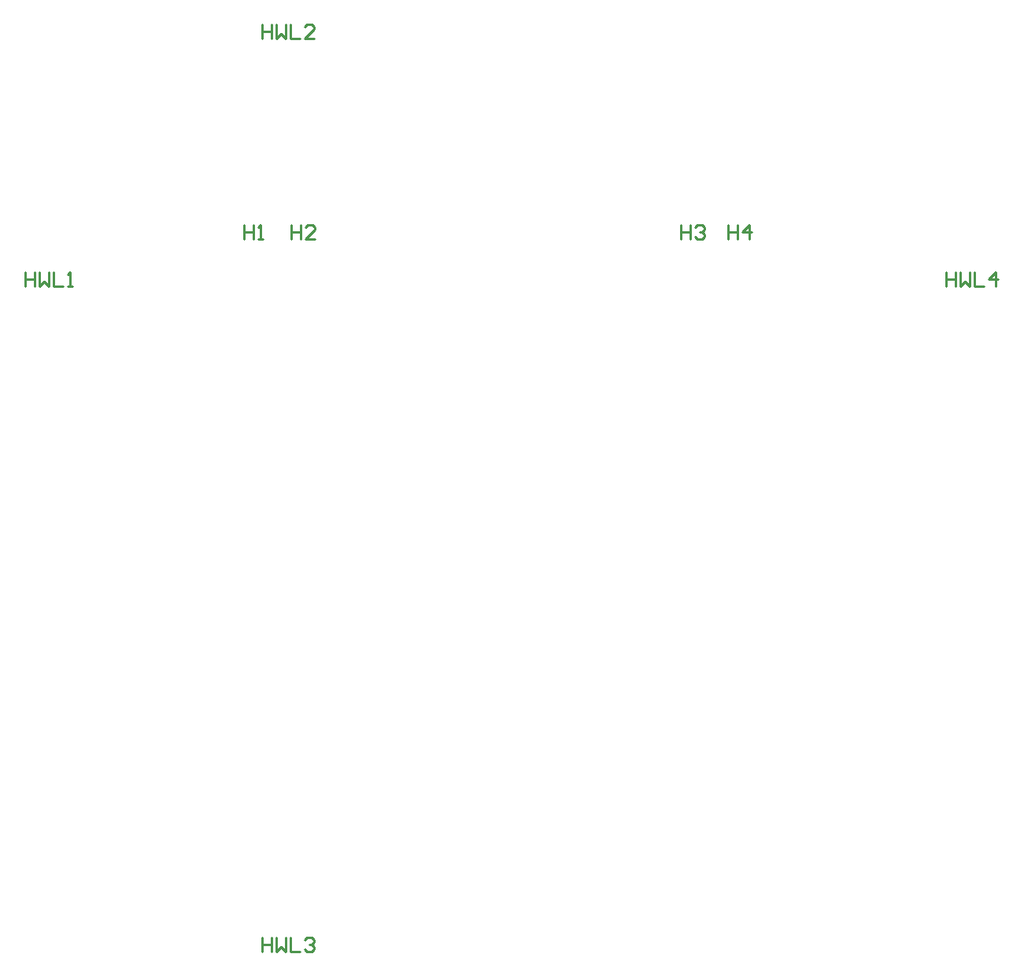
<source format=gto>
%FSLAX25Y25*%
%MOIN*%
G70*
G01*
G75*
G04 Layer_Color=65535*
%ADD10C,0.00800*%
%ADD11C,0.07000*%
%ADD12C,0.05000*%
%ADD13C,0.01000*%
D13*
X437000Y357898D02*
Y351900D01*
Y354899D01*
X440999D01*
Y357898D01*
Y351900D01*
X442998Y357898D02*
Y351900D01*
X444997Y353899D01*
X446997Y351900D01*
Y357898D01*
X448996D02*
Y351900D01*
X452995D01*
X457993D02*
Y357898D01*
X454994Y354899D01*
X458993D01*
X147100Y75998D02*
Y70000D01*
Y72999D01*
X151099D01*
Y75998D01*
Y70000D01*
X153098Y75998D02*
Y70000D01*
X155097Y71999D01*
X157097Y70000D01*
Y75998D01*
X159096D02*
Y70000D01*
X163095D01*
X165094Y74998D02*
X166094Y75998D01*
X168093D01*
X169093Y74998D01*
Y73999D01*
X168093Y72999D01*
X167094D01*
X168093D01*
X169093Y71999D01*
Y71000D01*
X168093Y70000D01*
X166094D01*
X165094Y71000D01*
X147100Y462898D02*
Y456900D01*
Y459899D01*
X151099D01*
Y462898D01*
Y456900D01*
X153098Y462898D02*
Y456900D01*
X155097Y458899D01*
X157097Y456900D01*
Y462898D01*
X159096D02*
Y456900D01*
X163095D01*
X169093D02*
X165094D01*
X169093Y460899D01*
Y461898D01*
X168093Y462898D01*
X166094D01*
X165094Y461898D01*
X47000Y357898D02*
Y351900D01*
Y354899D01*
X50999D01*
Y357898D01*
Y351900D01*
X52998Y357898D02*
Y351900D01*
X54997Y353899D01*
X56997Y351900D01*
Y357898D01*
X58996D02*
Y351900D01*
X62995D01*
X64994D02*
X66993D01*
X65994D01*
Y357898D01*
X64994Y356898D01*
X344600Y377898D02*
Y371900D01*
Y374899D01*
X348599D01*
Y377898D01*
Y371900D01*
X353597D02*
Y377898D01*
X350598Y374899D01*
X354597D01*
X324600Y377898D02*
Y371900D01*
Y374899D01*
X328599D01*
Y377898D01*
Y371900D01*
X330598Y376898D02*
X331598Y377898D01*
X333597D01*
X334597Y376898D01*
Y375899D01*
X333597Y374899D01*
X332597D01*
X333597D01*
X334597Y373899D01*
Y372900D01*
X333597Y371900D01*
X331598D01*
X330598Y372900D01*
X159600Y377898D02*
Y371900D01*
Y374899D01*
X163599D01*
Y377898D01*
Y371900D01*
X169597D02*
X165598D01*
X169597Y375899D01*
Y376898D01*
X168597Y377898D01*
X166598D01*
X165598Y376898D01*
X139600Y377898D02*
Y371900D01*
Y374899D01*
X143599D01*
Y377898D01*
Y371900D01*
X145598D02*
X147597D01*
X146598D01*
Y377898D01*
X145598Y376898D01*
M02*

</source>
